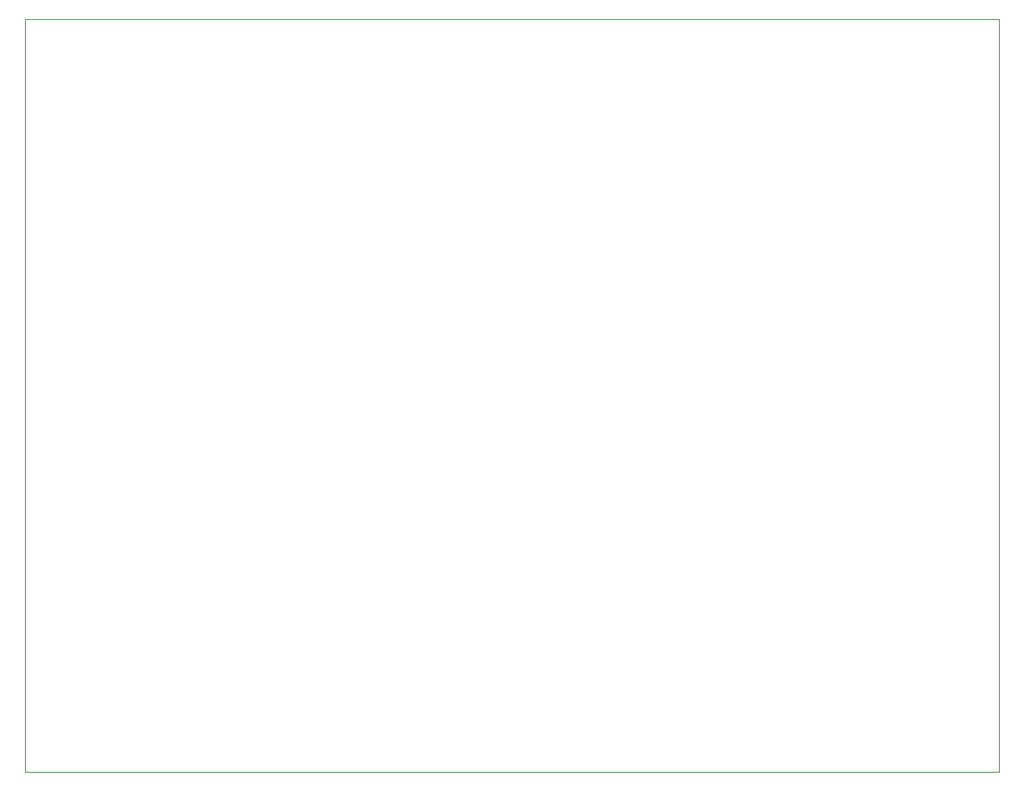
<source format=gbr>
%TF.GenerationSoftware,KiCad,Pcbnew,(6.0.9)*%
%TF.CreationDate,2022-12-21T17:39:27+05:00*%
%TF.ProjectId,vsrgkb-right,76737267-6b62-42d7-9269-6768742e6b69,rev?*%
%TF.SameCoordinates,Original*%
%TF.FileFunction,Profile,NP*%
%FSLAX46Y46*%
G04 Gerber Fmt 4.6, Leading zero omitted, Abs format (unit mm)*
G04 Created by KiCad (PCBNEW (6.0.9)) date 2022-12-21 17:39:27*
%MOMM*%
%LPD*%
G01*
G04 APERTURE LIST*
%TA.AperFunction,Profile*%
%ADD10C,0.100000*%
%TD*%
G04 APERTURE END LIST*
D10*
X56250000Y-42500000D02*
X155250000Y-42500000D01*
X155250000Y-42500000D02*
X155250000Y-119000000D01*
X155250000Y-119000000D02*
X56250000Y-119000000D01*
X56250000Y-119000000D02*
X56250000Y-42500000D01*
M02*

</source>
